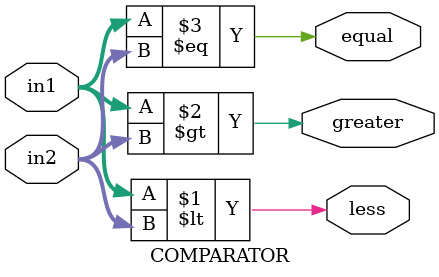
<source format=v>
/** Comparator **/

module COMPARATOR(greater, less, equal, in1, in2);
    input [15:0]in1, in2;
    output greater, less, equal;
    assign less = in1 < in2;
    assign greater = in1 > in2;
    assign equal = in1 == in2;
endmodule
</source>
